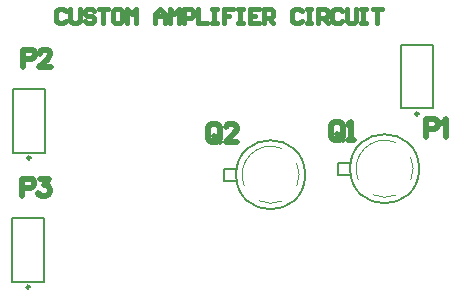
<source format=gbr>
G04*
G04 #@! TF.GenerationSoftware,Altium Limited,Altium Designer,24.9.1 (31)*
G04*
G04 Layer_Color=65535*
%FSLAX44Y44*%
%MOMM*%
G71*
G04*
G04 #@! TF.SameCoordinates,2F21DDDD-2005-49F8-8A8E-0C037A8DA06E*
G04*
G04*
G04 #@! TF.FilePolarity,Positive*
G04*
G01*
G75*
%ADD10C,0.2500*%
%ADD11C,0.0508*%
%ADD12C,0.1270*%
%ADD13C,0.2000*%
%ADD14C,0.5000*%
%ADD15C,0.4000*%
D10*
X351325Y191295D02*
G03*
X351325Y191295I-1250J0D01*
G01*
X22840Y154020D02*
G03*
X22840Y154020I-1250J0D01*
G01*
X21950Y44682D02*
G03*
X21950Y44682I-1250J0D01*
G01*
D11*
X344791Y135352D02*
G03*
X344791Y154208I-22211J9428D01*
G01*
X313152Y122569D02*
G03*
X332008Y122569I9428J22211D01*
G01*
X332010Y166992D02*
G03*
X300369Y135351I-9429J-22212D01*
G01*
X248271Y130272D02*
G03*
X248271Y149128I-22211J9428D01*
G01*
X216632Y117489D02*
G03*
X235488Y117489I9428J22211D01*
G01*
X235490Y161912D02*
G03*
X203849Y130271I-9429J-22212D01*
G01*
D12*
X351790Y144780D02*
G03*
X351790Y144780I-29210J0D01*
G01*
X255270Y139700D02*
G03*
X255270Y139700I-29210J0D01*
G01*
X283210Y149860D02*
X293815D01*
X283210Y139700D02*
X293815D01*
X283210D02*
Y149860D01*
X186690Y144780D02*
X197295D01*
X186690Y134620D02*
X197295D01*
X186690D02*
Y144780D01*
D13*
X336625Y249595D02*
X363525D01*
X336625Y195795D02*
Y249595D01*
Y195795D02*
X363525D01*
Y249595D01*
X8140Y212320D02*
X35040D01*
X8140Y158520D02*
Y212320D01*
Y158520D02*
X35040D01*
Y212320D01*
X7250Y102982D02*
X34150D01*
X7250Y49182D02*
Y102982D01*
Y49182D02*
X34150D01*
Y102982D01*
D14*
X357708Y178710D02*
X364135D01*
X366278Y179424D01*
X366992Y180138D01*
X367706Y181567D01*
Y183709D01*
X366992Y185137D01*
X366278Y185851D01*
X364135Y186565D01*
X357708D01*
Y171569D01*
X371062Y183709D02*
X372491Y184423D01*
X374633Y186565D01*
Y171569D01*
X16764Y237773D02*
X23191D01*
X25334Y238487D01*
X26048Y239202D01*
X26762Y240630D01*
Y242772D01*
X26048Y244200D01*
X25334Y244915D01*
X23191Y245629D01*
X16764D01*
Y230632D01*
X30832Y242058D02*
Y242772D01*
X31546Y244200D01*
X32261Y244915D01*
X33689Y245629D01*
X36546D01*
X37974Y244915D01*
X38688Y244200D01*
X39402Y242772D01*
Y241344D01*
X38688Y239916D01*
X37260Y237773D01*
X30118Y230632D01*
X40116D01*
X16002Y128553D02*
X22429D01*
X24572Y129268D01*
X25286Y129982D01*
X26000Y131410D01*
Y133552D01*
X25286Y134980D01*
X24572Y135695D01*
X22429Y136409D01*
X16002D01*
Y121412D01*
X30784Y136409D02*
X38640D01*
X34355Y130696D01*
X36498D01*
X37926Y129982D01*
X38640Y129268D01*
X39354Y127125D01*
Y125697D01*
X38640Y123554D01*
X37212Y122126D01*
X35069Y121412D01*
X32927D01*
X30784Y122126D01*
X30070Y122840D01*
X29356Y124269D01*
X182921Y170262D02*
Y180258D01*
X180422Y182758D01*
X175423D01*
X172924Y180258D01*
Y170262D01*
X175423Y167762D01*
X180422D01*
X177922Y172761D02*
X182921Y167762D01*
X180422D02*
X182921Y170262D01*
X197916Y167762D02*
X187919D01*
X197916Y177759D01*
Y180258D01*
X195417Y182758D01*
X190418D01*
X187919Y180258D01*
X287020Y171532D02*
Y181528D01*
X284521Y184028D01*
X279522D01*
X277023Y181528D01*
Y171532D01*
X279522Y169032D01*
X284521D01*
X282022Y174031D02*
X287020Y169032D01*
X284521D02*
X287020Y171532D01*
X292018Y169032D02*
X297017D01*
X294518D01*
Y184028D01*
X292018Y181528D01*
D15*
X52557Y278077D02*
X50558Y280076D01*
X46559D01*
X44560Y278077D01*
Y270079D01*
X46559Y268080D01*
X50558D01*
X52557Y270079D01*
X56556Y280076D02*
Y270079D01*
X58555Y268080D01*
X62554D01*
X64553Y270079D01*
Y280076D01*
X76550Y278077D02*
X74550Y280076D01*
X70552D01*
X68552Y278077D01*
Y276077D01*
X70552Y274078D01*
X74550D01*
X76550Y272079D01*
Y270079D01*
X74550Y268080D01*
X70552D01*
X68552Y270079D01*
X80548Y280076D02*
X88546D01*
X84547D01*
Y268080D01*
X98542Y280076D02*
X94544D01*
X92544Y278077D01*
Y270079D01*
X94544Y268080D01*
X98542D01*
X100542Y270079D01*
Y278077D01*
X98542Y280076D01*
X104541Y268080D02*
Y280076D01*
X108539Y276077D01*
X112538Y280076D01*
Y268080D01*
X128533D02*
Y276077D01*
X132531Y280076D01*
X136530Y276077D01*
Y268080D01*
Y274078D01*
X128533D01*
X140529Y268080D02*
Y280076D01*
X144528Y276077D01*
X148526Y280076D01*
Y268080D01*
X152525D02*
Y280076D01*
X158523D01*
X160522Y278077D01*
Y274078D01*
X158523Y272079D01*
X152525D01*
X164521Y280076D02*
Y268080D01*
X172519D01*
X176517Y280076D02*
X180516D01*
X178517D01*
Y268080D01*
X176517D01*
X180516D01*
X194511Y280076D02*
X186514D01*
Y274078D01*
X190513D01*
X186514D01*
Y268080D01*
X198510Y280076D02*
X202509D01*
X200509D01*
Y268080D01*
X198510D01*
X202509D01*
X216504Y280076D02*
X208507D01*
Y268080D01*
X216504D01*
X208507Y274078D02*
X212506D01*
X220503Y268080D02*
Y280076D01*
X226501D01*
X228500Y278077D01*
Y274078D01*
X226501Y272079D01*
X220503D01*
X224502D02*
X228500Y268080D01*
X252493Y278077D02*
X250493Y280076D01*
X246495D01*
X244495Y278077D01*
Y270079D01*
X246495Y268080D01*
X250493D01*
X252493Y270079D01*
X256491Y280076D02*
X260490D01*
X258491D01*
Y268080D01*
X256491D01*
X260490D01*
X266488D02*
Y280076D01*
X272486D01*
X274486Y278077D01*
Y274078D01*
X272486Y272079D01*
X266488D01*
X270487D02*
X274486Y268080D01*
X286482Y278077D02*
X284482Y280076D01*
X280484D01*
X278484Y278077D01*
Y270079D01*
X280484Y268080D01*
X284482D01*
X286482Y270079D01*
X290480Y280076D02*
Y270079D01*
X292480Y268080D01*
X296479D01*
X298478Y270079D01*
Y280076D01*
X302477D02*
X306475D01*
X304476D01*
Y268080D01*
X302477D01*
X306475D01*
X312473Y280076D02*
X320471D01*
X316472D01*
Y268080D01*
M02*

</source>
